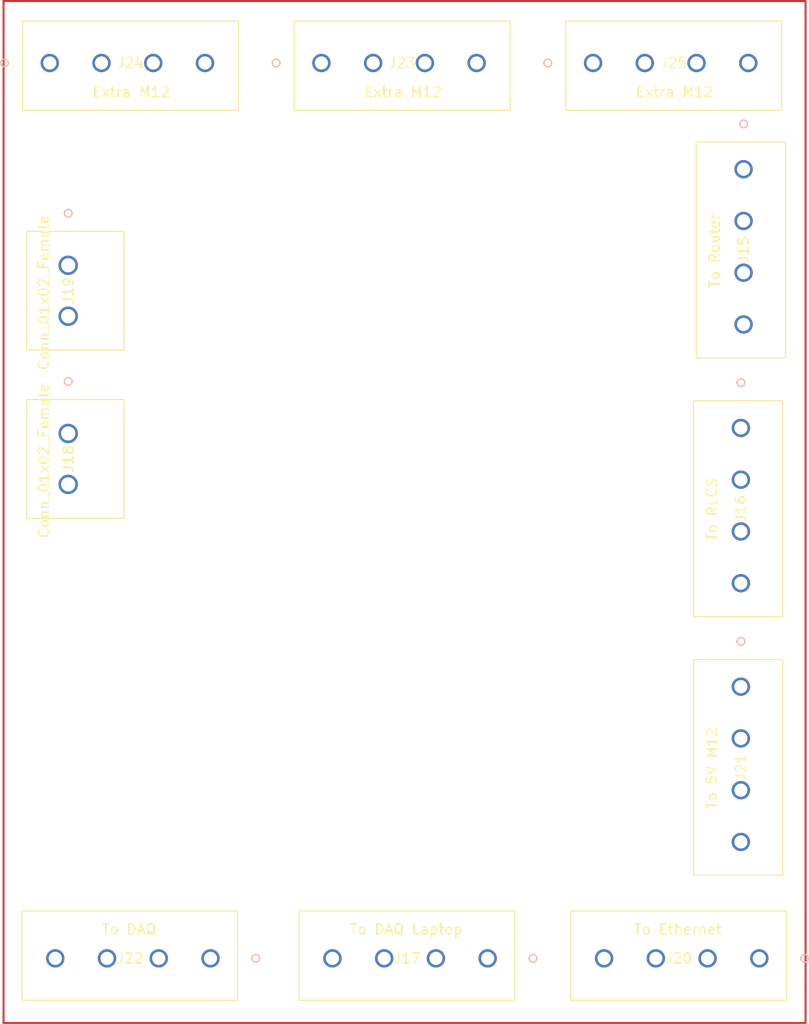
<source format=kicad_pcb>
(kicad_pcb (version 20211014) (generator pcbnew)
  (layers (0 "F.Cu" signal) (31 "B.Cu" signal) (34 "B.Paste" user) (35 "F.Paste" user) (36 "B.SilkS" user "B.Silkscreen") (37 "F.SilkS" user "F.Silkscreen") (38 "B.Mask" user) (39 "F.Mask" user) (44 "Edge.Cuts" user))
  (net 0 "")
  (footprint "GSP:EB21A-04-D" (layer "F.Cu") (at 190.5 90.17 -90)
    (fp_text reference "J16" (at 7.9248 0 90) (layer "F.SilkS"))
    (fp_text value "To RLCS" (at 8 2.85 90) (layer "F.SilkS"))
    (fp_text user "*" (at 0 0 90) (layer "F.SilkS"))
    (fp_circle (center -4.445 0) (end -4.064 0) (layer "B.SilkS") (width 0.12) (fill none))
    (fp_line (start 18.5166 -4.1148) (end -2.667 -4.1148) (layer "F.SilkS") (width 0.12))
    (fp_line (start -2.667 -4.1148) (end -2.667 4.6482) (layer "F.SilkS") (width 0.12))
    (fp_line (start -2.667 4.6482) (end 18.5166 4.6482) (layer "F.SilkS") (width 0.12))
    (fp_line (start 18.5166 4.6482) (end 18.5166 -4.1148) (layer "F.SilkS") (width 0.12))
    (fp_circle (center -4.445 0) (end -4.064 0) (layer "F.SilkS") (width 0.12) (fill none))
    (pad "1" thru_hole circle (at 0 0 270) (size 1.8034 1.8034) (drill 1.2954) (layers *.Cu *.Mask))
    (pad "2" thru_hole circle (at 5.08 0 270) (size 1.8034 1.8034) (drill 1.2954) (layers *.Cu *.Mask))
    (pad "3" thru_hole circle (at 10.16 0 270) (size 1.8034 1.8034) (drill 1.2954) (layers *.Cu *.Mask))
    (pad "4" thru_hole circle (at 15.24 0 270) (size 1.8034 1.8034) (drill 1.2954) (layers *.Cu *.Mask))
  )
  (footprint "GSP:EB21A-04-D" (layer "F.Cu") (at 165.6413 142.24 180)
    (fp_text reference "J17" (at 7.9248 0) (layer "F.SilkS"))
    (fp_text value "To DAQ Laptop" (at 8 2.85) (layer "F.SilkS"))
    (fp_text user "*" (at 0 0) (layer "F.SilkS"))
    (fp_circle (center -4.445 0) (end -4.064 0) (layer "B.SilkS") (width 0.12) (fill none))
    (fp_line (start 18.5166 4.6482) (end 18.5166 -4.1148) (layer "F.SilkS") (width 0.12))
    (fp_line (start -2.667 -4.1148) (end -2.667 4.6482) (layer "F.SilkS") (width 0.12))
    (fp_line (start 18.5166 -4.1148) (end -2.667 -4.1148) (layer "F.SilkS") (width 0.12))
    (fp_line (start -2.667 4.6482) (end 18.5166 4.6482) (layer "F.SilkS") (width 0.12))
    (fp_circle (center -4.445 0) (end -4.064 0) (layer "F.SilkS") (width 0.12) (fill none))
    (pad "1" thru_hole circle (at 0 0 180) (size 1.8034 1.8034) (drill 1.2954) (layers *.Cu *.Mask))
    (pad "2" thru_hole circle (at 5.08 0 180) (size 1.8034 1.8034) (drill 1.2954) (layers *.Cu *.Mask))
    (pad "3" thru_hole circle (at 10.16 0 180) (size 1.8034 1.8034) (drill 1.2954) (layers *.Cu *.Mask))
    (pad "4" thru_hole circle (at 15.24 0 180) (size 1.8034 1.8034) (drill 1.2954) (layers *.Cu *.Mask))
  )
  (footprint "GSP:EB21A-04-D" (layer "F.Cu") (at 122.6487 54.3433)
    (fp_text reference "J24" (at 7.9248 0) (layer "F.SilkS"))
    (fp_text value "Extra M12" (at 8 2.85) (layer "F.SilkS"))
    (fp_text user "*" (at 0 0) (layer "F.SilkS"))
    (fp_circle (center -4.445 0) (end -4.064 0) (layer "B.SilkS") (width 0.12) (fill none))
    (fp_line (start -2.667 4.6482) (end 18.5166 4.6482) (layer "F.SilkS") (width 0.12))
    (fp_line (start 18.5166 4.6482) (end 18.5166 -4.1148) (layer "F.SilkS") (width 0.12))
    (fp_line (start -2.667 -4.1148) (end -2.667 4.6482) (layer "F.SilkS") (width 0.12))
    (fp_line (start 18.5166 -4.1148) (end -2.667 -4.1148) (layer "F.SilkS") (width 0.12))
    (fp_circle (center -4.445 0) (end -4.064 0) (layer "F.SilkS") (width 0.12) (fill none))
    (pad "1" thru_hole circle (at 0 0) (size 1.8034 1.8034) (drill 1.2954) (layers *.Cu *.Mask))
    (pad "2" thru_hole circle (at 5.08 0) (size 1.8034 1.8034) (drill 1.2954) (layers *.Cu *.Mask))
    (pad "3" thru_hole circle (at 10.16 0) (size 1.8034 1.8034) (drill 1.2954) (layers *.Cu *.Mask))
    (pad "4" thru_hole circle (at 15.24 0) (size 1.8034 1.8034) (drill 1.2954) (layers *.Cu *.Mask))
  )
  (footprint "GSP:EB21A-04-D" (layer "F.Cu") (at 138.43 142.24 180)
    (fp_text reference "J22" (at 7.9248 0) (layer "F.SilkS"))
    (fp_text value "To DAQ" (at 8 2.85) (layer "F.SilkS"))
    (fp_text user "*" (at 0 0) (layer "F.SilkS"))
    (fp_circle (center -4.445 0) (end -4.064 0) (layer "B.SilkS") (width 0.12) (fill none))
    (fp_line (start -2.667 -4.1148) (end -2.667 4.6482) (layer "F.SilkS") (width 0.12))
    (fp_line (start -2.667 4.6482) (end 18.5166 4.6482) (layer "F.SilkS") (width 0.12))
    (fp_line (start 18.5166 4.6482) (end 18.5166 -4.1148) (layer "F.SilkS") (width 0.12))
    (fp_line (start 18.5166 -4.1148) (end -2.667 -4.1148) (layer "F.SilkS") (width 0.12))
    (fp_circle (center -4.445 0) (end -4.064 0) (layer "F.SilkS") (width 0.12) (fill none))
    (pad "1" thru_hole circle (at 0 0 180) (size 1.8034 1.8034) (drill 1.2954) (layers *.Cu *.Mask))
    (pad "2" thru_hole circle (at 5.08 0 180) (size 1.8034 1.8034) (drill 1.2954) (layers *.Cu *.Mask))
    (pad "3" thru_hole circle (at 10.16 0 180) (size 1.8034 1.8034) (drill 1.2954) (layers *.Cu *.Mask))
    (pad "4" thru_hole circle (at 15.24 0 180) (size 1.8034 1.8034) (drill 1.2954) (layers *.Cu *.Mask))
  )
  (footprint "GSP:EB21A-04-D" (layer "F.Cu") (at 149.3187 54.3433)
    (fp_text reference "J23" (at 7.9248 0) (layer "F.SilkS"))
    (fp_text value "Extra M12" (at 8 2.85) (layer "F.SilkS"))
    (fp_text user "*" (at 0 0) (layer "F.SilkS"))
    (fp_circle (center -4.445 0) (end -4.064 0) (layer "B.SilkS") (width 0.12) (fill none))
    (fp_line (start -2.667 -4.1148) (end -2.667 4.6482) (layer "F.SilkS") (width 0.12))
    (fp_line (start 18.5166 4.6482) (end 18.5166 -4.1148) (layer "F.SilkS") (width 0.12))
    (fp_line (start -2.667 4.6482) (end 18.5166 4.6482) (layer "F.SilkS") (width 0.12))
    (fp_line (start 18.5166 -4.1148) (end -2.667 -4.1148) (layer "F.SilkS") (width 0.12))
    (fp_circle (center -4.445 0) (end -4.064 0) (layer "F.SilkS") (width 0.12) (fill none))
    (pad "1" thru_hole circle (at 0 0) (size 1.8034 1.8034) (drill 1.2954) (layers *.Cu *.Mask))
    (pad "2" thru_hole circle (at 5.08 0) (size 1.8034 1.8034) (drill 1.2954) (layers *.Cu *.Mask))
    (pad "3" thru_hole circle (at 10.16 0) (size 1.8034 1.8034) (drill 1.2954) (layers *.Cu *.Mask))
    (pad "4" thru_hole circle (at 15.24 0) (size 1.8034 1.8034) (drill 1.2954) (layers *.Cu *.Mask))
  )
  (footprint "GSP:OSTTA020161" (layer "F.Cu") (at 124.46 90.7113 -90)
    (fp_text reference "J18" (at 2.5 0 90) (layer "F.SilkS"))
    (fp_text value "Conn_01x02_Female" (at 2.7 2.4 90) (layer "F.SilkS"))
    (fp_text user "*" (at 0 0 90) (layer "F.SilkS"))
    (fp_circle (center -5.1073 0) (end -4.7263 0) (layer "B.SilkS") (width 0.12) (fill none))
    (fp_line (start 8.3293 -5.476999) (end -3.3293 -5.476999) (layer "F.SilkS") (width 0.12))
    (fp_line (start 8.3293 4.073401) (end 8.3293 -5.476999) (layer "F.SilkS") (width 0.12))
    (fp_line (start -3.3293 -5.476999) (end -3.3293 4.073401) (layer "F.SilkS") (width 0.12))
    (fp_line (start -3.3293 4.073401) (end 8.3293 4.073401) (layer "F.SilkS") (width 0.12))
    (fp_circle (center -5.1073 0) (end -4.7263 0) (layer "F.SilkS") (width 0.12) (fill none))
    (pad "1" thru_hole circle (at 0 0 270) (size 1.905 1.905) (drill 1.397) (layers *.Cu *.Mask))
    (pad "2" thru_hole circle (at 5 0 270) (size 1.905 1.905) (drill 1.397) (layers *.Cu *.Mask))
  )
  (footprint "GSP:EB21A-04-D" (layer "F.Cu") (at 190.5 115.57 -90)
    (fp_text reference "J21" (at 7.9248 0 90) (layer "F.SilkS"))
    (fp_text value "To 5V M12" (at 8 2.85 90) (layer "F.SilkS"))
    (fp_text user "*" (at 0 0 90) (layer "F.SilkS"))
    (fp_circle (center -4.445 0) (end -4.064 0) (layer "B.SilkS") (width 0.12) (fill none))
    (fp_line (start 18.5166 4.6482) (end 18.5166 -4.1148) (layer "F.SilkS") (width 0.12))
    (fp_line (start 18.5166 -4.1148) (end -2.667 -4.1148) (layer "F.SilkS") (width 0.12))
    (fp_line (start -2.667 4.6482) (end 18.5166 4.6482) (layer "F.SilkS") (width 0.12))
    (fp_line (start -2.667 -4.1148) (end -2.667 4.6482) (layer "F.SilkS") (width 0.12))
    (fp_circle (center -4.445 0) (end -4.064 0) (layer "F.SilkS") (width 0.12) (fill none))
    (pad "1" thru_hole circle (at 0 0 270) (size 1.8034 1.8034) (drill 1.2954) (layers *.Cu *.Mask))
    (pad "2" thru_hole circle (at 5.08 0 270) (size 1.8034 1.8034) (drill 1.2954) (layers *.Cu *.Mask))
    (pad "3" thru_hole circle (at 10.16 0 270) (size 1.8034 1.8034) (drill 1.2954) (layers *.Cu *.Mask))
    (pad "4" thru_hole circle (at 15.24 0 270) (size 1.8034 1.8034) (drill 1.2954) (layers *.Cu *.Mask))
  )
  (footprint "GSP:EB21A-04-D" (layer "F.Cu") (at 192.3113 142.24 180)
    (fp_text reference "J20" (at 7.9248 0) (layer "F.SilkS"))
    (fp_text value "To Ethernet" (at 8 2.85) (layer "F.SilkS"))
    (fp_text user "*" (at 0 0) (layer "F.SilkS"))
    (fp_circle (center -4.445 0) (end -4.064 0) (layer "B.SilkS") (width 0.12) (fill none))
    (fp_line (start 18.5166 -4.1148) (end -2.667 -4.1148) (layer "F.SilkS") (width 0.12))
    (fp_line (start -2.667 4.6482) (end 18.5166 4.6482) (layer "F.SilkS") (width 0.12))
    (fp_line (start 18.5166 4.6482) (end 18.5166 -4.1148) (layer "F.SilkS") (width 0.12))
    (fp_line (start -2.667 -4.1148) (end -2.667 4.6482) (layer "F.SilkS") (width 0.12))
    (fp_circle (center -4.445 0) (end -4.064 0) (layer "F.SilkS") (width 0.12) (fill none))
    (pad "1" thru_hole circle (at 0 0 180) (size 1.8034 1.8034) (drill 1.2954) (layers *.Cu *.Mask))
    (pad "2" thru_hole circle (at 5.08 0 180) (size 1.8034 1.8034) (drill 1.2954) (layers *.Cu *.Mask))
    (pad "3" thru_hole circle (at 10.16 0 180) (size 1.8034 1.8034) (drill 1.2954) (layers *.Cu *.Mask))
    (pad "4" thru_hole circle (at 15.24 0 180) (size 1.8034 1.8034) (drill 1.2954) (layers *.Cu *.Mask))
  )
  (footprint "GSP:EB21A-04-D" (layer "F.Cu") (at 190.7667 64.77 -90)
    (fp_text reference "J15" (at 7.9248 0 90) (layer "F.SilkS"))
    (fp_text value "To Router" (at 8 2.85 90) (layer "F.SilkS"))
    (fp_text user "*" (at 0 0 90) (layer "F.SilkS"))
    (fp_circle (center -4.445 0) (end -4.064 0) (layer "B.SilkS") (width 0.12) (fill none))
    (fp_line (start 18.5166 -4.1148) (end -2.667 -4.1148) (layer "F.SilkS") (width 0.12))
    (fp_line (start 18.5166 4.6482) (end 18.5166 -4.1148) (layer "F.SilkS") (width 0.12))
    (fp_line (start -2.667 4.6482) (end 18.5166 4.6482) (layer "F.SilkS") (width 0.12))
    (fp_line (start -2.667 -4.1148) (end -2.667 4.6482) (layer "F.SilkS") (width 0.12))
    (fp_circle (center -4.445 0) (end -4.064 0) (layer "F.SilkS") (width 0.12) (fill none))
    (pad "1" thru_hole circle (at 0 0 270) (size 1.8034 1.8034) (drill 1.2954) (layers *.Cu *.Mask))
    (pad "2" thru_hole circle (at 5.08 0 270) (size 1.8034 1.8034) (drill 1.2954) (layers *.Cu *.Mask))
    (pad "3" thru_hole circle (at 10.16 0 270) (size 1.8034 1.8034) (drill 1.2954) (layers *.Cu *.Mask))
    (pad "4" thru_hole circle (at 15.24 0 270) (size 1.8034 1.8034) (drill 1.2954) (layers *.Cu *.Mask))
  )
  (footprint "GSP:OSTTA020161" (layer "F.Cu") (at 124.46 74.2013 -90)
    (fp_text reference "J19" (at 2.5 0 90) (layer "F.SilkS"))
    (fp_text value "Conn_01x02_Female" (at 2.7 2.4 90) (layer "F.SilkS"))
    (fp_text user "*" (at 0 0 90) (layer "F.SilkS"))
    (fp_circle (center -5.1073 0) (end -4.7263 0) (layer "B.SilkS") (width 0.12) (fill none))
    (fp_line (start 8.3293 -5.476999) (end -3.3293 -5.476999) (layer "F.SilkS") (width 0.12))
    (fp_line (start 8.3293 4.073401) (end 8.3293 -5.476999) (layer "F.SilkS") (width 0.12))
    (fp_line (start -3.3293 -5.476999) (end -3.3293 4.073401) (layer "F.SilkS") (width 0.12))
    (fp_line (start -3.3293 4.073401) (end 8.3293 4.073401) (layer "F.SilkS") (width 0.12))
    (fp_circle (center -5.1073 0) (end -4.7263 0) (layer "F.SilkS") (width 0.12) (fill none))
    (pad "1" thru_hole circle (at 0 0 270) (size 1.905 1.905) (drill 1.397) (layers *.Cu *.Mask))
    (pad "2" thru_hole circle (at 5 0 270) (size 1.905 1.905) (drill 1.397) (layers *.Cu *.Mask))
  )
  (footprint "GSP:EB21A-04-D" (layer "F.Cu") (at 175.9887 54.3433)
    (fp_text reference "J25" (at 7.9248 0) (layer "F.SilkS"))
    (fp_text value "Extra M12" (at 8 2.85) (layer "F.SilkS"))
    (fp_text user "*" (at 0 0) (layer "F.SilkS"))
    (fp_circle (center -4.445 0) (end -4.064 0) (layer "B.SilkS") (width 0.12) (fill none))
    (fp_line (start -2.667 -4.1148) (end -2.667 4.6482) (layer "F.SilkS") (width 0.12))
    (fp_line (start 18.5166 4.6482) (end 18.5166 -4.1148) (layer "F.SilkS") (width 0.12))
    (fp_line (start 18.5166 -4.1148) (end -2.667 -4.1148) (layer "F.SilkS") (width 0.12))
    (fp_line (start -2.667 4.6482) (end 18.5166 4.6482) (layer "F.SilkS") (width 0.12))
    (fp_circle (center -4.445 0) (end -4.064 0) (layer "F.SilkS") (width 0.12) (fill none))
    (pad "1" thru_hole circle (at 0 0) (size 1.8034 1.8034) (drill 1.2954) (layers *.Cu *.Mask))
    (pad "2" thru_hole circle (at 5.08 0) (size 1.8034 1.8034) (drill 1.2954) (layers *.Cu *.Mask))
    (pad "3" thru_hole circle (at 10.16 0) (size 1.8034 1.8034) (drill 1.2954) (layers *.Cu *.Mask))
    (pad "4" thru_hole circle (at 15.24 0) (size 1.8034 1.8034) (drill 1.2954) (layers *.Cu *.Mask))
  )
  (gr_rect (start 118.11 48.26) (end 196.85 148.59) (layer "F.Cu") (width 0.2) (fill none))
)
</source>
